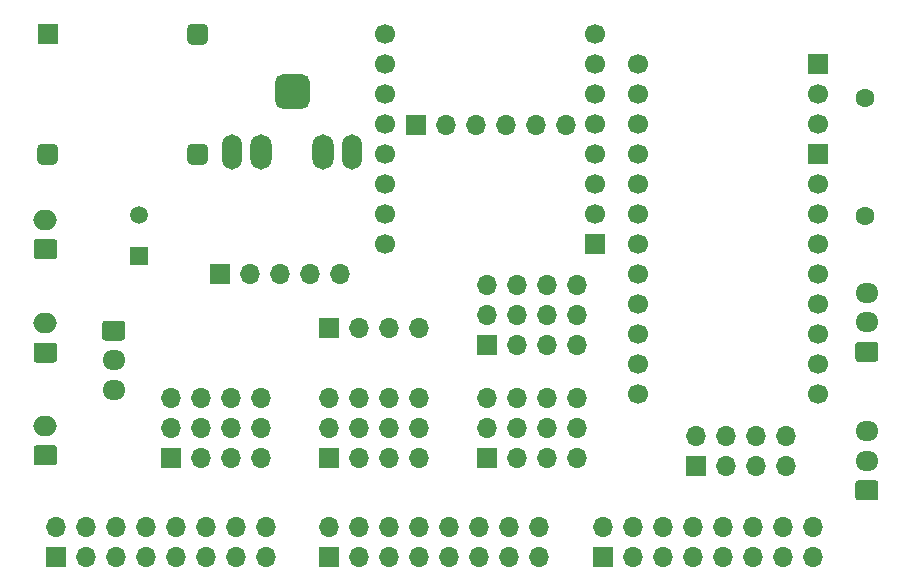
<source format=gbr>
%TF.GenerationSoftware,KiCad,Pcbnew,5.1.9*%
%TF.CreationDate,2021-04-20T15:21:45+08:00*%
%TF.ProjectId,HappyAAC-Type-A-2c,48617070-7941-4414-932d-547970652d41,2c*%
%TF.SameCoordinates,Original*%
%TF.FileFunction,Soldermask,Bot*%
%TF.FilePolarity,Negative*%
%FSLAX46Y46*%
G04 Gerber Fmt 4.6, Leading zero omitted, Abs format (unit mm)*
G04 Created by KiCad (PCBNEW 5.1.9) date 2021-04-20 15:21:45*
%MOMM*%
%LPD*%
G01*
G04 APERTURE LIST*
%ADD10C,1.700000*%
%ADD11R,1.700000X1.700000*%
%ADD12O,1.700000X1.700000*%
%ADD13R,1.800000X1.800000*%
%ADD14O,1.700000X3.000000*%
%ADD15O,1.800000X3.000000*%
%ADD16C,1.500000*%
%ADD17R,1.500000X1.500000*%
%ADD18O,1.950000X1.700000*%
%ADD19O,2.000000X1.700000*%
%ADD20C,1.600000*%
G04 APERTURE END LIST*
D10*
%TO.C,U3*%
X117602600Y-56261000D03*
X117602600Y-58801000D03*
X117602600Y-51181000D03*
X117602600Y-53721000D03*
X132842600Y-51181000D03*
X132842600Y-56261000D03*
X132842600Y-58801000D03*
X132842600Y-53721000D03*
X117602600Y-30861000D03*
X117602600Y-33401000D03*
X117602600Y-35941000D03*
X117602600Y-38481000D03*
X117602600Y-41021000D03*
X117602600Y-43561000D03*
X117602600Y-46101000D03*
X117602600Y-48641000D03*
X132842600Y-48641000D03*
X132842600Y-46101000D03*
X132842600Y-43561000D03*
X132842600Y-41021000D03*
D11*
X132842600Y-38481000D03*
D10*
X132842600Y-35941000D03*
X132842600Y-33401000D03*
D11*
X132842600Y-30861000D03*
%TD*%
D12*
%TO.C,J11*%
X111556800Y-35991800D03*
X109016800Y-35991800D03*
X106476800Y-35991800D03*
X103936800Y-35991800D03*
X101396800Y-35991800D03*
D11*
X98856800Y-35991800D03*
%TD*%
%TO.C,U2*%
G36*
G01*
X79440200Y-28771000D02*
X79440200Y-27871000D01*
G75*
G02*
X79890200Y-27421000I450000J0D01*
G01*
X80790200Y-27421000D01*
G75*
G02*
X81240200Y-27871000I0J-450000D01*
G01*
X81240200Y-28771000D01*
G75*
G02*
X80790200Y-29221000I-450000J0D01*
G01*
X79890200Y-29221000D01*
G75*
G02*
X79440200Y-28771000I0J450000D01*
G01*
G37*
G36*
G01*
X79440200Y-38931000D02*
X79440200Y-38031000D01*
G75*
G02*
X79890200Y-37581000I450000J0D01*
G01*
X80790200Y-37581000D01*
G75*
G02*
X81240200Y-38031000I0J-450000D01*
G01*
X81240200Y-38931000D01*
G75*
G02*
X80790200Y-39381000I-450000J0D01*
G01*
X79890200Y-39381000D01*
G75*
G02*
X79440200Y-38931000I0J450000D01*
G01*
G37*
G36*
G01*
X66740200Y-38931000D02*
X66740200Y-38031000D01*
G75*
G02*
X67190200Y-37581000I450000J0D01*
G01*
X68090200Y-37581000D01*
G75*
G02*
X68540200Y-38031000I0J-450000D01*
G01*
X68540200Y-38931000D01*
G75*
G02*
X68090200Y-39381000I-450000J0D01*
G01*
X67190200Y-39381000D01*
G75*
G02*
X66740200Y-38931000I0J450000D01*
G01*
G37*
D13*
X67640200Y-28321000D03*
%TD*%
%TO.C,J18*%
G36*
G01*
X89866600Y-32417000D02*
X89866600Y-33917000D01*
G75*
G02*
X89116600Y-34667000I-750000J0D01*
G01*
X87616600Y-34667000D01*
G75*
G02*
X86866600Y-33917000I0J750000D01*
G01*
X86866600Y-32417000D01*
G75*
G02*
X87616600Y-31667000I750000J0D01*
G01*
X89116600Y-31667000D01*
G75*
G02*
X89866600Y-32417000I0J-750000D01*
G01*
G37*
D14*
X93451600Y-38267000D03*
X83281600Y-38277800D03*
D15*
X90996600Y-38267000D03*
X85736600Y-38267000D03*
%TD*%
D16*
%TO.C,C1*%
X75387200Y-43601700D03*
D17*
X75387200Y-47101700D03*
%TD*%
D18*
%TO.C,J1*%
X137004000Y-61941100D03*
X137004000Y-64441100D03*
G36*
G01*
X137729000Y-67791100D02*
X136279000Y-67791100D01*
G75*
G02*
X136029000Y-67541100I0J250000D01*
G01*
X136029000Y-66341100D01*
G75*
G02*
X136279000Y-66091100I250000J0D01*
G01*
X137729000Y-66091100D01*
G75*
G02*
X137979000Y-66341100I0J-250000D01*
G01*
X137979000Y-67541100D01*
G75*
G02*
X137729000Y-67791100I-250000J0D01*
G01*
G37*
%TD*%
%TO.C,J2*%
X73228200Y-58403500D03*
X73228200Y-55903500D03*
G36*
G01*
X72503200Y-52553500D02*
X73953200Y-52553500D01*
G75*
G02*
X74203200Y-52803500I0J-250000D01*
G01*
X74203200Y-54003500D01*
G75*
G02*
X73953200Y-54253500I-250000J0D01*
G01*
X72503200Y-54253500D01*
G75*
G02*
X72253200Y-54003500I0J250000D01*
G01*
X72253200Y-52803500D01*
G75*
G02*
X72503200Y-52553500I250000J0D01*
G01*
G37*
%TD*%
%TO.C,J3*%
X137004000Y-50206900D03*
X137004000Y-52706900D03*
G36*
G01*
X137729000Y-56056900D02*
X136279000Y-56056900D01*
G75*
G02*
X136029000Y-55806900I0J250000D01*
G01*
X136029000Y-54606900D01*
G75*
G02*
X136279000Y-54356900I250000J0D01*
G01*
X137729000Y-54356900D01*
G75*
G02*
X137979000Y-54606900I0J-250000D01*
G01*
X137979000Y-55806900D01*
G75*
G02*
X137729000Y-56056900I-250000J0D01*
G01*
G37*
%TD*%
%TO.C,J10*%
G36*
G01*
X68195400Y-64815900D02*
X66695400Y-64815900D01*
G75*
G02*
X66445400Y-64565900I0J250000D01*
G01*
X66445400Y-63365900D01*
G75*
G02*
X66695400Y-63115900I250000J0D01*
G01*
X68195400Y-63115900D01*
G75*
G02*
X68445400Y-63365900I0J-250000D01*
G01*
X68445400Y-64565900D01*
G75*
G02*
X68195400Y-64815900I-250000J0D01*
G01*
G37*
D19*
X67445400Y-61465900D03*
%TD*%
%TO.C,J8*%
G36*
G01*
X68195400Y-47355200D02*
X66695400Y-47355200D01*
G75*
G02*
X66445400Y-47105200I0J250000D01*
G01*
X66445400Y-45905200D01*
G75*
G02*
X66695400Y-45655200I250000J0D01*
G01*
X68195400Y-45655200D01*
G75*
G02*
X68445400Y-45905200I0J-250000D01*
G01*
X68445400Y-47105200D01*
G75*
G02*
X68195400Y-47355200I-250000J0D01*
G01*
G37*
X67445400Y-44005200D03*
%TD*%
%TO.C,J9*%
G36*
G01*
X68195400Y-56117300D02*
X66695400Y-56117300D01*
G75*
G02*
X66445400Y-55867300I0J250000D01*
G01*
X66445400Y-54667300D01*
G75*
G02*
X66695400Y-54417300I250000J0D01*
G01*
X68195400Y-54417300D01*
G75*
G02*
X68445400Y-54667300I0J-250000D01*
G01*
X68445400Y-55867300D01*
G75*
G02*
X68195400Y-56117300I-250000J0D01*
G01*
G37*
X67445400Y-52767300D03*
%TD*%
D20*
%TO.C,R1*%
X136804000Y-43705700D03*
X136804000Y-33705700D03*
%TD*%
D12*
%TO.C,J4*%
X130162000Y-62372200D03*
X130162000Y-64912200D03*
X127622000Y-62372200D03*
X127622000Y-64912200D03*
X125082000Y-62372200D03*
X125082000Y-64912200D03*
X122542000Y-62372200D03*
D11*
X122542000Y-64912200D03*
%TD*%
%TO.C,J5*%
X68306400Y-72585900D03*
D12*
X68306400Y-70045900D03*
X70846400Y-72585900D03*
X70846400Y-70045900D03*
X73386400Y-72585900D03*
X73386400Y-70045900D03*
X75926400Y-72585900D03*
X75926400Y-70045900D03*
X78466400Y-72585900D03*
X78466400Y-70045900D03*
X81006400Y-72585900D03*
X81006400Y-70045900D03*
X83546400Y-72585900D03*
X83546400Y-70045900D03*
X86086400Y-72585900D03*
X86086400Y-70045900D03*
%TD*%
D11*
%TO.C,J6*%
X91468700Y-72585900D03*
D12*
X91468700Y-70045900D03*
X94008700Y-72585900D03*
X94008700Y-70045900D03*
X96548700Y-72585900D03*
X96548700Y-70045900D03*
X99088700Y-72585900D03*
X99088700Y-70045900D03*
X101628700Y-72585900D03*
X101628700Y-70045900D03*
X104168700Y-72585900D03*
X104168700Y-70045900D03*
X106708700Y-72585900D03*
X106708700Y-70045900D03*
X109248700Y-72585900D03*
X109248700Y-70045900D03*
%TD*%
D11*
%TO.C,J7*%
X114631000Y-72585900D03*
D12*
X114631000Y-70045900D03*
X117171000Y-72585900D03*
X117171000Y-70045900D03*
X119711000Y-72585900D03*
X119711000Y-70045900D03*
X122251000Y-72585900D03*
X122251000Y-70045900D03*
X124791000Y-72585900D03*
X124791000Y-70045900D03*
X127331000Y-72585900D03*
X127331000Y-70045900D03*
X129871000Y-72585900D03*
X129871000Y-70045900D03*
X132411000Y-72585900D03*
X132411000Y-70045900D03*
%TD*%
%TO.C,J14_GPIO1*%
X109944300Y-49583300D03*
X107404300Y-49583300D03*
X104864300Y-49583300D03*
X112484300Y-49583300D03*
X112497000Y-52123300D03*
X112497000Y-54663300D03*
X109957000Y-52123300D03*
X109957000Y-54663300D03*
X107417000Y-52123300D03*
X107417000Y-54663300D03*
X104877000Y-52123300D03*
D11*
X104877000Y-54663300D03*
%TD*%
%TO.C,J15_GPIO2*%
X78066900Y-64185800D03*
D12*
X78066900Y-61645800D03*
X80606900Y-64185800D03*
X80606900Y-61645800D03*
X83146900Y-64185800D03*
X83146900Y-61645800D03*
X85686900Y-64185800D03*
X85686900Y-61645800D03*
X85674200Y-59105800D03*
X78054200Y-59105800D03*
X80594200Y-59105800D03*
X83134200Y-59105800D03*
%TD*%
D11*
%TO.C,J16_GPIO3*%
X91471900Y-64173100D03*
D12*
X91471900Y-61633100D03*
X94011900Y-64173100D03*
X94011900Y-61633100D03*
X96551900Y-64173100D03*
X96551900Y-61633100D03*
X99091900Y-64173100D03*
X99091900Y-61633100D03*
X99079200Y-59093100D03*
X91459200Y-59093100D03*
X93999200Y-59093100D03*
X96539200Y-59093100D03*
%TD*%
%TO.C,J17_GPIO4*%
X109944300Y-59093100D03*
X107404300Y-59093100D03*
X104864300Y-59093100D03*
X112484300Y-59093100D03*
X112497000Y-61633100D03*
X112497000Y-64173100D03*
X109957000Y-61633100D03*
X109957000Y-64173100D03*
X107417000Y-61633100D03*
X107417000Y-64173100D03*
X104877000Y-61633100D03*
D11*
X104877000Y-64173100D03*
%TD*%
D10*
%TO.C,U1*%
X96215000Y-46101000D03*
X96215000Y-43561000D03*
X96215000Y-41021000D03*
X96215000Y-38481000D03*
X96215000Y-35941000D03*
X96215000Y-33401000D03*
X96215000Y-30861000D03*
X96215000Y-28321000D03*
X113995000Y-28321000D03*
X113995000Y-30861000D03*
X113995000Y-33401000D03*
X113995000Y-35941000D03*
X113995000Y-38481000D03*
X113995000Y-41021000D03*
X113995000Y-43561000D03*
D11*
X113995000Y-46101000D03*
%TD*%
%TO.C,J12*%
X82219800Y-48602900D03*
D12*
X84759800Y-48602900D03*
X87299800Y-48602900D03*
X89839800Y-48602900D03*
X92379800Y-48602900D03*
%TD*%
D11*
%TO.C,J13*%
X91478100Y-53213000D03*
D12*
X94018100Y-53213000D03*
X96558100Y-53213000D03*
X99098100Y-53213000D03*
%TD*%
M02*

</source>
